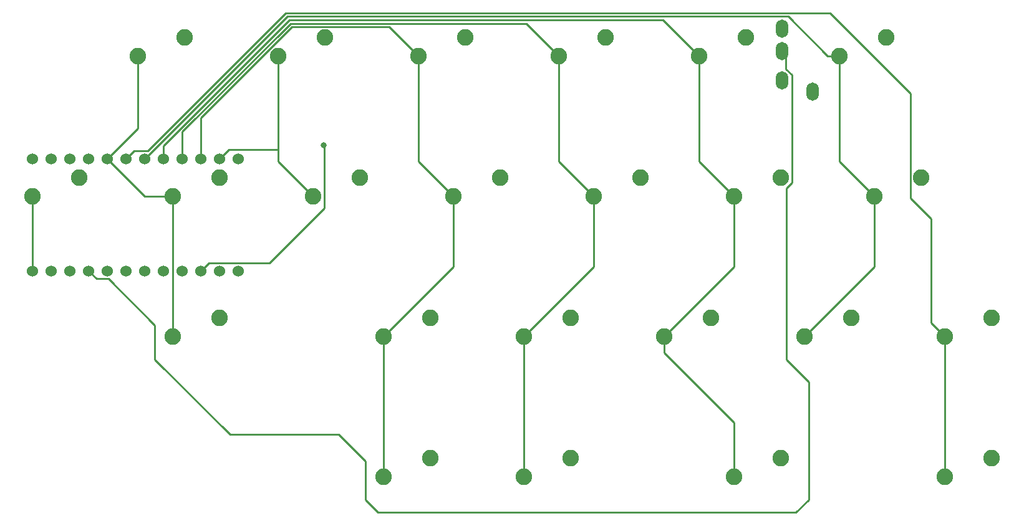
<source format=gtl>
G04 #@! TF.GenerationSoftware,KiCad,Pcbnew,(5.1.10-1-10_14)*
G04 #@! TF.CreationDate,2021-09-05T18:30:28+10:00*
G04 #@! TF.ProjectId,WTL-Split-Left,57544c2d-5370-46c6-9974-2d4c6566742e,rev?*
G04 #@! TF.SameCoordinates,Original*
G04 #@! TF.FileFunction,Copper,L1,Top*
G04 #@! TF.FilePolarity,Positive*
%FSLAX46Y46*%
G04 Gerber Fmt 4.6, Leading zero omitted, Abs format (unit mm)*
G04 Created by KiCad (PCBNEW (5.1.10-1-10_14)) date 2021-09-05 18:30:28*
%MOMM*%
%LPD*%
G01*
G04 APERTURE LIST*
G04 #@! TA.AperFunction,ComponentPad*
%ADD10O,1.700000X2.500000*%
G04 #@! TD*
G04 #@! TA.AperFunction,ComponentPad*
%ADD11C,2.250000*%
G04 #@! TD*
G04 #@! TA.AperFunction,ComponentPad*
%ADD12C,1.524000*%
G04 #@! TD*
G04 #@! TA.AperFunction,ViaPad*
%ADD13C,0.800000*%
G04 #@! TD*
G04 #@! TA.AperFunction,Conductor*
%ADD14C,0.250000*%
G04 #@! TD*
G04 APERTURE END LIST*
D10*
X181256250Y-26318750D03*
X181256250Y-29318750D03*
X181256250Y-33318750D03*
X185456250Y-34818750D03*
D11*
X209708750Y-84613750D03*
X203358750Y-87153750D03*
X181133750Y-84613750D03*
X174783750Y-87153750D03*
D12*
X79502000Y-43953400D03*
X82042000Y-43953400D03*
X84582000Y-43953400D03*
X87122000Y-43953400D03*
X89662000Y-43953400D03*
X92202000Y-43953400D03*
X94742000Y-43953400D03*
X97282000Y-43953400D03*
X99822000Y-43953400D03*
X102362000Y-43953400D03*
X104902000Y-43953400D03*
X107442000Y-43953400D03*
X107442000Y-59173400D03*
X104902000Y-59173400D03*
X102362000Y-59173400D03*
X99822000Y-59173400D03*
X97282000Y-59173400D03*
X94742000Y-59173400D03*
X92202000Y-59173400D03*
X89662000Y-59173400D03*
X87122000Y-59173400D03*
X84582000Y-59173400D03*
X82042000Y-59173400D03*
X79502000Y-59173400D03*
D11*
X152558750Y-84613750D03*
X146208750Y-87153750D03*
X133508750Y-84613750D03*
X127158750Y-87153750D03*
X209708750Y-65563750D03*
X203358750Y-68103750D03*
X190658750Y-65563750D03*
X184308750Y-68103750D03*
X171608750Y-65563750D03*
X165258750Y-68103750D03*
X152558750Y-65563750D03*
X146208750Y-68103750D03*
X133508750Y-65563750D03*
X127158750Y-68103750D03*
X104933750Y-65563750D03*
X98583750Y-68103750D03*
X200183750Y-46513750D03*
X193833750Y-49053750D03*
X181133750Y-46513750D03*
X174783750Y-49053750D03*
X162083750Y-46513750D03*
X155733750Y-49053750D03*
X143033750Y-46513750D03*
X136683750Y-49053750D03*
X123983750Y-46513750D03*
X117633750Y-49053750D03*
X104933750Y-46513750D03*
X98583750Y-49053750D03*
X85883750Y-46513750D03*
X79533750Y-49053750D03*
X195421250Y-27463750D03*
X189071250Y-30003750D03*
X176371250Y-27463750D03*
X170021250Y-30003750D03*
X157321250Y-27463750D03*
X150971250Y-30003750D03*
X138271250Y-27463750D03*
X131921250Y-30003750D03*
X119221250Y-27463750D03*
X112871250Y-30003750D03*
X100171250Y-27463750D03*
X93821250Y-30003750D03*
D13*
X119062500Y-42068750D03*
D14*
X111647103Y-58086399D02*
X103449001Y-58086399D01*
X103449001Y-58086399D02*
X102362000Y-59173400D01*
X119083751Y-50649751D02*
X111647103Y-58086399D01*
X119083751Y-42090001D02*
X119083751Y-50649751D01*
X119062500Y-42068750D02*
X119083751Y-42090001D01*
X98583750Y-59480412D02*
X98583750Y-68103750D01*
X98583750Y-49053750D02*
X98583750Y-59480412D01*
X93821250Y-30003750D02*
X93821250Y-38883888D01*
X93821250Y-39794150D02*
X89662000Y-43953400D01*
X93821250Y-38883888D02*
X93821250Y-39794150D01*
X94762350Y-49053750D02*
X98583750Y-49053750D01*
X89662000Y-43953400D02*
X94762350Y-49053750D01*
X112871250Y-44291250D02*
X117633750Y-49053750D01*
X106151650Y-42703750D02*
X112871250Y-42703750D01*
X104902000Y-43953400D02*
X106151650Y-42703750D01*
X112871250Y-42703750D02*
X112871250Y-44291250D01*
X112871250Y-30003750D02*
X112871250Y-42703750D01*
X127158750Y-68103750D02*
X127158750Y-87153750D01*
X136683750Y-58578750D02*
X127158750Y-68103750D01*
X136683750Y-49053750D02*
X136683750Y-58578750D01*
X131921250Y-44291250D02*
X136683750Y-49053750D01*
X131921250Y-30003750D02*
X131921250Y-44291250D01*
X127931249Y-26013749D02*
X131921250Y-30003750D01*
X114715249Y-26013749D02*
X127931249Y-26013749D01*
X102362000Y-38366998D02*
X114715249Y-26013749D01*
X102362000Y-43953400D02*
X102362000Y-38366998D01*
X150971250Y-44291250D02*
X155733750Y-49053750D01*
X150971250Y-30003750D02*
X150971250Y-44291250D01*
X155733750Y-58578750D02*
X146208750Y-68103750D01*
X155733750Y-49053750D02*
X155733750Y-58578750D01*
X146208750Y-68103750D02*
X146208750Y-87153750D01*
X146531239Y-25563739D02*
X150971250Y-30003750D01*
X114528849Y-25563739D02*
X146531239Y-25563739D01*
X99822000Y-40270588D02*
X114528849Y-25563739D01*
X99822000Y-43953400D02*
X99822000Y-40270588D01*
X170021250Y-44291250D02*
X174783750Y-49053750D01*
X170021250Y-30003750D02*
X170021250Y-44291250D01*
X174783750Y-58578750D02*
X165258750Y-68103750D01*
X174783750Y-49053750D02*
X174783750Y-58578750D01*
X174783750Y-79790724D02*
X174783750Y-87153750D01*
X165258750Y-70265724D02*
X174783750Y-79790724D01*
X165258750Y-68103750D02*
X165258750Y-70265724D01*
X97282000Y-42174178D02*
X114342449Y-25113729D01*
X97282000Y-43953400D02*
X97282000Y-42174178D01*
X165131229Y-25113729D02*
X170021250Y-30003750D01*
X114342449Y-25113729D02*
X165131229Y-25113729D01*
X189071250Y-44291250D02*
X193833750Y-49053750D01*
X193833750Y-58578750D02*
X184308750Y-68103750D01*
X193833750Y-49053750D02*
X193833750Y-58578750D01*
X94742000Y-43953400D02*
X114089150Y-24606250D01*
X189071250Y-30003750D02*
X189071250Y-44291250D01*
X187472248Y-30003750D02*
X189071250Y-30003750D01*
X182074748Y-24606250D02*
X187472248Y-30003750D01*
X114089150Y-24606250D02*
X182074748Y-24606250D01*
X79533750Y-59141650D02*
X79502000Y-59173400D01*
X79533750Y-49053750D02*
X79533750Y-59141650D01*
X203358750Y-68103750D02*
X203358750Y-87153750D01*
X201523749Y-66268749D02*
X203358750Y-68103750D01*
X198733749Y-35092251D02*
X198733749Y-49274849D01*
X187797738Y-24156240D02*
X198733749Y-35092251D01*
X198733749Y-49274849D02*
X201523749Y-52064849D01*
X95192591Y-42866399D02*
X113902750Y-24156240D01*
X201523749Y-52064849D02*
X201523749Y-66268749D01*
X93289001Y-42866399D02*
X95192591Y-42866399D01*
X92202000Y-43953400D02*
X93289001Y-42866399D01*
X113902750Y-24156240D02*
X187797738Y-24156240D01*
X106300238Y-81406240D02*
X121093740Y-81406240D01*
X89825673Y-60260401D02*
X96113749Y-66548477D01*
X88209001Y-60260401D02*
X89825673Y-60260401D01*
X96113749Y-71219751D02*
X106300238Y-81406240D01*
X96113749Y-66548477D02*
X96113749Y-71219751D01*
X87122000Y-59173400D02*
X88209001Y-60260401D01*
X181768750Y-31769535D02*
X181768750Y-29831250D01*
X182583751Y-32584536D02*
X181768750Y-31769535D01*
X181768750Y-29831250D02*
X181256250Y-29318750D01*
X182583751Y-47209751D02*
X182583751Y-32584536D01*
X124688749Y-85001249D02*
X124688749Y-90269751D01*
X181838749Y-47954753D02*
X182583751Y-47209751D01*
X181838749Y-71219751D02*
X181838749Y-47954753D01*
X184873751Y-74254753D02*
X181838749Y-71219751D01*
X126431649Y-92012651D02*
X183130851Y-92012651D01*
X121093740Y-81406240D02*
X124688749Y-85001249D01*
X183130851Y-92012651D02*
X184873751Y-90269751D01*
X184873751Y-90269751D02*
X184873751Y-74254753D01*
X124688749Y-90269751D02*
X126431649Y-92012651D01*
M02*

</source>
